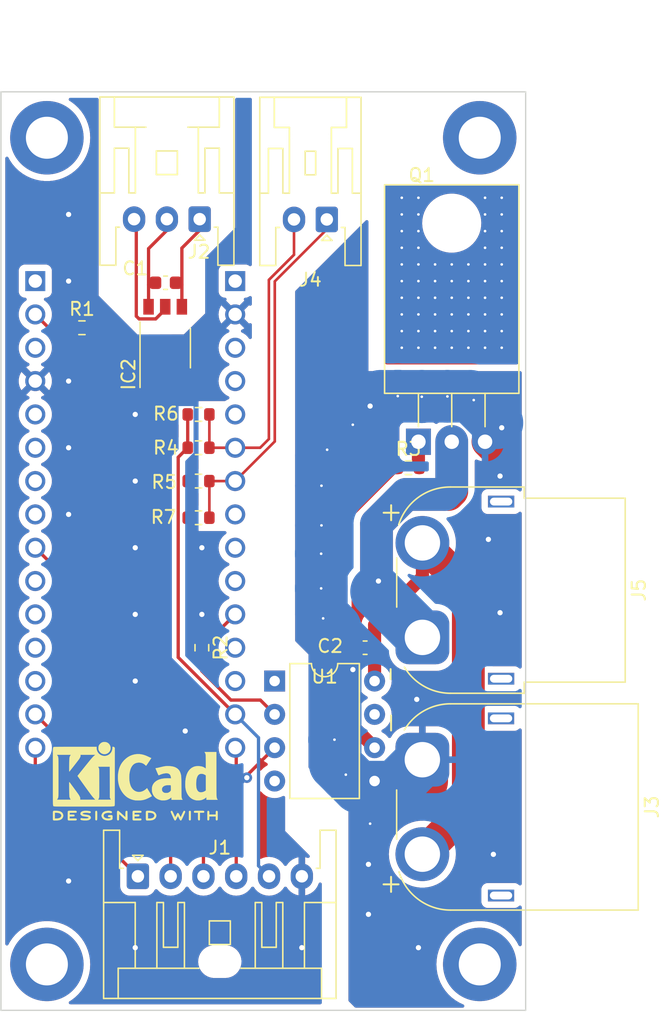
<source format=kicad_pcb>
(kicad_pcb (version 20221018) (generator pcbnew)
  (layers (0 "F.Cu" signal) (31 "B.Cu" signal) (34 "B.Paste" user) (35 "F.Paste" user) (36 "B.SilkS" user "B.Silkscreen") (37 "F.SilkS" user "F.Silkscreen") (38 "B.Mask" user) (39 "F.Mask" user) (44 "Edge.Cuts" user))
  (net 0 "")
  (net 2 "Net-(U1-A)")
  (net 4 "GND2")
  (net 5 "Net-(R3-Pad1)")
  (net 6 "Vdrive")
  (net 7 "Net-(IC2-GND)")
  (net 8 "Net-(IC2-VCC)")
  (net 9 "MISO")
  (net 10 "MOSI")
  (net 11 "CS")
  (net 12 "SCK")
  (net 13 "+3.3V")
  (net 14 "Net-(IC2-VO_(OUTPUT))")
  (net 15 "NTC+")
  (net 16 "/Plt-")
  (net 17 "Fan_PWM")
  (net 18 "Net-(IC2-ANODE)")
  (net 19 "Net-(Q1-Pad1)")
  (net 20 "Plt_PWM")
  (net 21 "GND")
  (net 39 "NTC-")
  (footprint "Resistor_SMD:R_0603_1608Metric" (layer "F.Cu") (at 68.326 86.36 180)
    (fp_text reference "R5" (at 2.6162 -0.0762) (layer "F.SilkS"))
    (fp_text value "1k")
    (pad "1" smd roundrect (at -0.825 0 180) (size 0.8 0.95) (layers "F.Cu" "F.Paste" "F.Mask") (net 39 "NTC-"))
    (pad "2" smd roundrect (at 0.825 0 180) (size 0.8 0.95) (layers "F.Cu" "F.Paste" "F.Mask") (net 21 "GND"))
  )
  (footprint "Capacitor_SMD:C_0603_1608Metric" (layer "F.Cu") (at 65.8114 71.2466 180)
    (fp_text reference "C1" (at 2.3114 1.0922) (layer "F.SilkS"))
    (fp_text value "0.1u")
    (pad "1" smd roundrect (at -0.775 0 180) (size 0.9 0.95) (layers "F.Cu" "F.Paste" "F.Mask") (net 7 "Net-(IC2-GND)"))
    (pad "2" smd roundrect (at 0.775 0 180) (size 0.9 0.95) (layers "F.Cu" "F.Paste" "F.Mask") (net 8 "Net-(IC2-VCC)"))
  )
  (footprint "Resistor_SMD:R_0603_1608Metric" (layer "F.Cu") (at 84.328 85.344)
    (fp_text reference "R3" (at 0 -1.43) (layer "F.SilkS"))
    (fp_text value "100")
    (pad "1" smd roundrect (at -0.825 0) (size 0.8 0.95) (layers "F.Cu" "F.Paste" "F.Mask") (net 5 "Net-(R3-Pad1)"))
    (pad "2" smd roundrect (at 0.825 0) (size 0.8 0.95) (layers "F.Cu" "F.Paste" "F.Mask") (net 19 "Net-(Q1-Pad1)"))
  )
  (footprint "Package_DIP:DIP-8_W7.62mm" (layer "F.Cu") (at 74.126998 101.6)
    (fp_text reference "U1" (at 3.81 -0.33) (layer "F.SilkS"))
    (fp_text value "TLP250")
    (pad "1" thru_hole rect (at 0 0) (size 1.6 1.6) (drill 0.8) (layers "*.Cu" "*.Mask"))
    (pad "2" thru_hole oval (at 0 2.54) (size 1.6 1.6) (drill 0.8) (layers "*.Cu" "*.Mask") (net 2 "Net-(U1-A)"))
    (pad "3" thru_hole oval (at 0 5.08) (size 1.6 1.6) (drill 0.8) (layers "*.Cu" "*.Mask") (net 21 "GND"))
    (pad "4" thru_hole oval (at 0 7.62) (size 1.6 1.6) (drill 0.8) (layers "*.Cu" "*.Mask"))
    (pad "5" thru_hole oval (at 7.62 7.62) (size 1.6 1.6) (drill 0.8) (layers "*.Cu" "*.Mask") (net 4 "GND2"))
    (pad "6" thru_hole oval (at 7.62 5.08) (size 1.6 1.6) (drill 0.8) (layers "*.Cu" "*.Mask") (net 5 "Net-(R3-Pad1)"))
    (pad "7" thru_hole oval (at 7.62 2.54) (size 1.6 1.6) (drill 0.8) (layers "*.Cu" "*.Mask"))
    (pad "8" thru_hole oval (at 7.62 0) (size 1.6 1.6) (drill 0.8) (layers "*.Cu" "*.Mask") (net 6 "Vdrive"))
  )
  (footprint "Connector_JST:JST_XA_S06B-XASK-1_1x06_P2.50mm_Horizontal" (layer "F.Cu") (at 63.7 116.48)
    (fp_text reference "J1" (at 6.25 -2.18) (layer "F.SilkS"))
    (fp_text value "XA6_SPI_Sensor")
    (pad "" np_thru_hole oval (at 6.25 6.5) (size 2.8 2) (drill oval 2.8 2) (layers "*.Cu" "*.Mask"))
    (pad "1" thru_hole roundrect (at 0 0) (size 1.7 1.95) (drill 0.95) (layers "*.Cu" "*.Mask") (roundrect_rratio 0.1470588235) (net 9 "MISO"))
    (pad "2" thru_hole oval (at 2.5 0) (size 1.7 1.95) (drill 0.95) (layers "*.Cu" "*.Mask") (net 10 "MOSI"))
    (pad "3" thru_hole oval (at 5 0) (size 1.7 1.95) (drill 0.95) (layers "*.Cu" "*.Mask") (net 11 "CS"))
    (pad "4" thru_hole oval (at 7.5 0) (size 1.7 1.95) (drill 0.95) (layers "*.Cu" "*.Mask") (net 12 "SCK"))
    (pad "5" thru_hole oval (at 10 0) (size 1.7 1.95) (drill 0.95) (layers "*.Cu" "*.Mask") (net 13 "+3.3V"))
    (pad "6" thru_hole oval (at 12.5 0) (size 1.7 1.95) (drill 0.95) (layers "*.Cu" "*.Mask") (net 21 "GND"))
  )
  (footprint "MountingHole:MountingHole_3.2mm_M3_DIN965_Pad" (layer "F.Cu") (at 89.764978 123.195)
    (fp_text reference "REF**" hide)
    (fp_text value "MountingHole_3.2mm_M3_DIN965_Pad" hide)
    (pad "1" thru_hole circle (at 0 0) (size 5.6 5.6) (drill 3.2) (layers "*.Cu" "*.Mask"))
  )
  (footprint "MountingHole:MountingHole_3.2mm_M3_DIN965_Pad" (layer "F.Cu") (at 56.764978 60.195)
    (fp_text reference "REF**" hide)
    (fp_text value "MountingHole_3.2mm_M3_DIN965_Pad" hide)
    (pad "1" thru_hole circle (at 0 0) (size 5.6 5.6) (drill 3.2) (layers "*.Cu" "*.Mask"))
  )
  (footprint "Connector_AMASS:AMASS_XT60PW-M_1x02_P7.20mm_Horizontal" (layer "F.Cu") (at 85.3892 107.5948 -90)
    (fp_text reference "J3" (at 3.6 -17.5 90) (layer "F.SilkS"))
    (fp_text value "XT60_Power")
    (fp_text user "+" (at 9.5 2.5 90) (layer "F.SilkS") (effects (font (size 1.5 1.5))))
    (fp_text user "-" (at -2.8 2.5 90) (layer "F.SilkS") (effects (font (size 1.5 1.5))))
    (pad "" thru_hole rect (at -3.15 -6 270) (size 0.9 2) (drill oval 0.6 1.7) (layers "*.Cu" "*.Mask"))
    (pad "" thru_hole rect (at 10.35 -6 270) (size 0.9 2) (drill oval 0.6 1.7) (layers "*.Cu" "*.Mask"))
    (pad "1" thru_hole roundrect (at 0 0 270) (size 4.1 4.1) (drill 2.7) (layers "*.Cu" "*.Mask") (net 4 "GND2"))
    (pad "2" thru_hole circle (at 7.2 0 270) (size 4.1 4.1) (drill 2.7) (layers "*.Cu" "*.Mask") (net 6 "Vdrive"))
  )
  (footprint "Tsemi2023:MODULE_NUCLEO-G431KBT6" (layer "F.Cu") (at 63.5 88.9)
    (fp_text reference "U2" hide)
    (fp_text value "NUCLEO-G431KB" hide)
    (pad "3_1" thru_hole rect locked (at -7.62 -17.78) (size 1.53 1.53) (drill 1.02) (layers "*.Cu" "*.Mask"))
    (pad "3_2" thru_hole circle locked (at -7.62 -15.24) (size 1.53 1.53) (drill 1.02) (layers "*.Cu" "*.Mask") (net 17 "Fan_PWM"))
    (pad "3_3" thru_hole circle locked (at -7.62 -12.7) (size 1.53 1.53) (drill 1.02) (layers "*.Cu" "*.Mask"))
    (pad "3_4" thru_hole circle locked (at -7.62 -10.16) (size 1.53 1.53) (drill 1.02) (layers "*.Cu" "*.Mask") (net 21 "GND"))
    (pad "3_5" thru_hole circle locked (at -7.62 -7.62) (size 1.53 1.53) (drill 1.02) (layers "*.Cu" "*.Mask"))
    (pad "3_6" thru_hole circle locked (at -7.62 -5.08) (size 1.53 1.53) (drill 1.02) (layers "*.Cu" "*.Mask"))
    (pad "3_7" thru_hole circle locked (at -7.62 -2.54) (size 1.53 1.53) (drill 1.02) (layers "*.Cu" "*.Mask"))
    (pad "3_8" thru_hole circle locked (at -7.62 0) (size 1.53 1.53) (drill 1.02) (layers "*.Cu" "*.Mask"))
    (pad "3_9" thru_hole circle locked (at -7.62 2.54) (size 1.53 1.53) (drill 1.02) (layers "*.Cu" "*.Mask") (net 11 "CS"))
    (pad "3_10" thru_hole circle locked (at -7.62 5.08) (size 1.53 1.53) (drill 1.02) (layers "*.Cu" "*.Mask"))
    (pad "3_11" thru_hole circle locked (at -7.62 7.62) (size 1.53 1.53) (drill 1.02) (layers "*.Cu" "*.Mask"))
    (pad "3_12" thru_hole circle locked (at -7.62 10.16) (size 1.53 1.53) (drill 1.02) (layers "*.Cu" "*.Mask"))
    (pad "3_13" thru_hole circle locked (at -7.62 12.7) (size 1.53 1.53) (drill 1.02) (layers "*.Cu" "*.Mask"))
    (pad "3_14" thru_hole circle locked (at -7.62 15.24) (size 1.53 1.53) (drill 1.02) (layers "*.Cu" "*.Mask") (net 10 "MOSI"))
    (pad "3_15" thru_hole circle locked (at -7.62 17.78) (size 1.53 1.53) (drill 1.02) (layers "*.Cu" "*.Mask") (net 9 "MISO"))
    (pad "4_1" thru_hole rect locked (at 7.62 -17.78) (size 1.53 1.53) (drill 1.02) (layers "*.Cu" "*.Mask"))
    (pad "4_2" thru_hole circle locked (at 7.62 -15.24) (size 1.53 1.53) (drill 1.02) (layers "*.Cu" "*.Mask") (net 21 "GND"))
    (pad "4_3" thru_hole circle locked (at 7.62 -12.7) (size 1.53 1.53) (drill 1.02) (layers "*.Cu" "*.Mask"))
    (pad "4_4" thru_hole circle locked (at 7.62 -10.16) (size 1.53 1.53) (drill 1.02) (layers "*.Cu" "*.Mask"))
    (pad "4_5" thru_hole circle locked (at 7.62 -7.62) (size 1.53 1.53) (drill 1.02) (layers "*.Cu" "*.Mask"))
    (pad "4_6" thru_hole circle locked (at 7.62 -5.08) (size 1.53 1.53) (drill 1.02) (layers "*.Cu" "*.Mask") (net 15 "NTC+"))
    (pad "4_7" thru_hole circle locked (at 7.62 -2.54) (size 1.53 1.53) (drill 1.02) (layers "*.Cu" "*.Mask") (net 39 "NTC-"))
    (pad "4_8" thru_hole circle locked (at 7.62 0) (size 1.53 1.53) (drill 1.02) (layers "*.Cu" "*.Mask"))
    (pad "4_9" thru_hole circle locked (at 7.62 2.54) (size 1.53 1.53) (drill 1.02) (layers "*.Cu" "*.Mask"))
    (pad "4_10" thru_hole circle locked (at 7.62 5.08) (size 1.53 1.53) (drill 1.02) (layers "*.Cu" "*.Mask"))
    (pad "4_11" thru_hole circle locked (at 7.62 7.62) (size 1.53 1.53) (drill 1.02) (layers "*.Cu" "*.Mask") (net 20 "Plt_PWM"))
    (pad "4_12" thru_hole circle locked (at 7.62 10.16) (size 1.53 1.53) (drill 1.02) (layers "*.Cu" "*.Mask"))
    (pad "4_13" thru_hole circle locked (at 7.62 12.7) (size 1.53 1.53) (drill 1.02) (layers "*.Cu" "*.Mask"))
    (pad "4_14" thru_hole circle locked (at 7.62 15.24) (size 1.53 1.53) (drill 1.02) (layers "*.Cu" "*.Mask") (net 13 "+3.3V"))
    (pad "4_15" thru_hole circle locked (at 7.62 17.78) (size 1.53 1.53) (drill 1.02) (layers "*.Cu" "*.Mask") (net 12 "SCK"))
  )
  (footprint "Resistor_SMD:R_0603_1608Metric" (layer "F.Cu") (at 68.58 99.06 -90)
    (fp_text reference "R2" (at 0 -1.43 90) (layer "F.SilkS"))
    (fp_text value "220")
    (pad "1" smd roundrect (at -0.825 0 270) (size 0.8 0.95) (layers "F.Cu" "F.Paste" "F.Mask") (net 20 "Plt_PWM"))
    (pad "2" smd roundrect (at 0.825 0 270) (size 0.8 0.95) (layers "F.Cu" "F.Paste" "F.Mask") (net 2 "Net-(U1-A)"))
  )
  (footprint "Resistor_SMD:R_0603_1608Metric" (layer "F.Cu") (at 68.326 81.28)
    (fp_text reference "R6" (at -2.4892 -0.0508) (layer "F.SilkS"))
    (fp_text value "1k")
    (pad "1" smd roundrect (at -0.825 0) (size 0.8 0.95) (layers "F.Cu" "F.Paste" "F.Mask") (net 13 "+3.3V"))
    (pad "2" smd roundrect (at 0.825 0) (size 0.8 0.95) (layers "F.Cu" "F.Paste" "F.Mask") (net 15 "NTC+"))
  )
  (footprint "MountingHole:MountingHole_3.2mm_M3_DIN965_Pad" (layer "F.Cu") (at 56.764978 123.195)
    (fp_text reference "REF**" hide)
    (fp_text value "MountingHole_3.2mm_M3_DIN965_Pad" hide)
    (pad "1" thru_hole circle (at 0 0) (size 5.6 5.6) (drill 3.2) (layers "*.Cu" "*.Mask"))
  )
  (footprint "Resistor_SMD:R_0603_1608Metric" (layer "F.Cu") (at 59.436 74.676)
    (fp_text reference "R1" (at 0 -1.43) (layer "F.SilkS"))
    (fp_text value "510")
    (pad "1" smd roundrect (at -0.825 0) (size 0.8 0.95) (layers "F.Cu" "F.Paste" "F.Mask") (net 17 "Fan_PWM"))
    (pad "2" smd roundrect (at 0.825 0) (size 0.8 0.95) (layers "F.Cu" "F.Paste" "F.Mask") (net 18 "Net-(IC2-ANODE)"))
  )
  (footprint "Connector_AMASS:AMASS_XT60PW-F_1x02_P7.20mm_Horizontal" (layer "F.Cu") (at 85.3948 98.272957 -90)
    (fp_text reference "J5" (at -3.6 -16.5 90) (layer "F.SilkS"))
    (fp_text value "XT60_Peltier")
    (fp_text user "+" (at -9.5 2.5 90) (layer "F.SilkS") (effects (font (size 1.5 1.5))))
    (fp_text user "-" (at 2.8 2.5 90) (layer "F.SilkS"))
    (pad "" thru_hole rect (at -10.35 -6 270) (size 0.9 2) (drill oval 0.6 1.7) (layers "*.Cu" "*.Mask"))
    (pad "" thru_hole rect (at 3.15 -6 270) (size 0.9 2) (drill oval 0.6 1.7) (layers "*.Cu" "*.Mask"))
    (pad "1" thru_hole roundrect (at 0 0 270) (size 4.1 4.1) (drill 2.7) (layers "*.Cu" "*.Mask") (net 16 "/Plt-"))
    (pad "2" thru_hole circle (at -7.2 0 270) (size 4.1 4.1) (drill 2.7) (layers "*.Cu" "*.Mask") (net 6 "Vdrive"))
  )
  (footprint "Package_TO_SOT_THT:TO-220-3_Horizontal_TabDown" (layer "F.Cu") (at 85.09 83.3628)
    (fp_text reference "Q1" (at 0.254 -20.32) (layer "F.SilkS"))
    (fp_text value "TK40E06N1")
    (pad "" np_thru_hole oval locked (at 2.54 -16.66) (size 3.5 3.5) (drill 3.5) (layers "*.Cu" "*.Mask"))
    (pad "1" thru_hole rect locked (at 0 0) (size 1.905 2) (drill 1.1) (layers "*.Cu" "*.Mask") (net 19 "Net-(Q1-Pad1)"))
    (pad "2" thru_hole oval locked (at 2.54 0) (size 1.905 2) (drill 1.1) (layers "*.Cu" "*.Mask") (net 16 "/Plt-"))
    (pad "3" thru_hole oval locked (at 5.08 0) (size 1.905 2) (drill 1.1) (layers "*.Cu" "*.Mask") (net 4 "GND2"))
  )
  (footprint "Package_SO:MFSOP6-5_4.4x3.6mm_P1.27mm" (layer "F.Cu") (at 65.786 76.225 90)
    (fp_text reference "IC2" (at -2 -2.8 90) (layer "F.SilkS"))
    (fp_text value "TLP2361_V4,E")
    (pad "1" smd rect (at -3.15 -1.27 90) (size 1.2 0.8) (layers "F.Cu" "F.Paste" "F.Mask") (net 18 "Net-(IC2-ANODE)"))
    (pad "3" smd rect (at -3.15 1.27 90) (size 1.2 0.8) (layers "F.Cu" "F.Paste" "F.Mask") (net 21 "GND"))
    (pad "4" smd rect (at 3.15 1.27 90) (size 1.2 0.8) (layers "F.Cu" "F.Paste" "F.Mask") (net 7 "Net-(IC2-GND)"))
    (pad "5" smd rect (at 3.15 0 90) (size 1.2 0.8) (layers "F.Cu" "F.Paste" "F.Mask") (net 14 "Net-(IC2-VO_(OUTPUT))"))
    (pad "6" smd rect (at 3.15 -1.27 90) (size 1.2 0.8) (layers "F.Cu" "F.Paste" "F.Mask") (net 8 "Net-(IC2-VCC)"))
  )
  (footprint "Resistor_SMD:R_0603_1608Metric" (layer "F.Cu") (at 68.326 83.82)
    (fp_text reference "R4" (at -2.4892 0) (layer "F.SilkS"))
    (fp_text value "1k")
    (pad "1" smd roundrect (at -0.825 0) (size 0.8 0.95) (layers "F.Cu" "F.Paste" "F.Mask") (net 13 "+3.3V"))
    (pad "2" smd roundrect (at 0.825 0) (size 0.8 0.95) (layers "F.Cu" "F.Paste" "F.Mask") (net 15 "NTC+"))
  )
  (footprint "Resistor_SMD:R_0603_1608Metric" (layer "F.Cu") (at 68.326 89.154 180)
    (fp_text reference "R7" (at 2.667 0.0508) (layer "F.SilkS"))
    (fp_text value "1k")
    (pad "1" smd roundrect (at -0.825 0 180) (size 0.8 0.95) (layers "F.Cu" "F.Paste" "F.Mask") (net 39 "NTC-"))
    (pad "2" smd roundrect (at 0.825 0 180) (size 0.8 0.95) (layers "F.Cu" "F.Paste" "F.Mask") (net 21 "GND"))
  )
  (footprint "Symbol:KiCad-Logo2_5mm_SilkScreen" (layer "F.Cu") (at 63.5 109.22)
    (fp_text reference "REF**" hide)
    (fp_text value "KiCad-Logo2_5mm_SilkScreen" hide)
  )
  (footprint "Connector_JST:JST_XA_S03B-XASK-1_1x03_P2.50mm_Horizontal" (layer "F.Cu") (at 68.413 66.4 180)
    (fp_text reference "J2" (at 0.0508 -2.4892) (layer "F.SilkS"))
    (fp_text value "XA3_Fan")
    (pad "" np_thru_hole oval (at 2.5 6.5 180) (size 2.8 2) (drill oval 2.8 2) (layers "*.Cu" "*.Mask"))
    (pad "1" thru_hole roundrect (at 0 0 180) (size 1.7 1.95) (drill 0.95) (layers "*.Cu" "*.Mask") (roundrect_rratio 0.1470588235) (net 7 "Net-(IC2-GND)"))
    (pad "2" thru_hole oval (at 2.5 0 180) (size 1.7 1.95) (drill 0.95) (layers "*.Cu" "*.Mask") (net 8 "Net-(IC2-VCC)"))
    (pad "3" thru_hole oval (at 5 0 180) (size 1.7 1.95) (drill 0.95) (layers "*.Cu" "*.Mask") (net 14 "Net-(IC2-VO_(OUTPUT))"))
  )
  (footprint "Connector_JST:JST_XA_S02B-XASK-1_1x02_P2.50mm_Horizontal" (layer "F.Cu") (at 78.105 66.421 180)
    (fp_text reference "J4" (at 1.25 -4.6 180) (layer "F.SilkS"))
    (fp_text value "XA2_Thermister")
    (pad "" np_thru_hole oval (at 1.25 6.5 180) (size 2.8 2) (drill oval 2.8 2) (layers "*.Cu" "*.Mask"))
    (pad "1" thru_hole roundrect (at 0 0 180) (size 1.7 1.95) (drill 0.95) (layers "*.Cu" "*.Mask") (roundrect_rratio 0.1470588235) (net 39 "NTC-"))
    (pad "2" thru_hole oval (at 2.5 0 180) (size 1.7 1.95) (drill 0.95) (layers "*.Cu" "*.Mask") (net 15 "NTC+"))
  )
  (footprint "Capacitor_SMD:C_0603_1608Metric" (layer "F.Cu") (at 81.026 99.06 180)
    (fp_text reference "C2" (at 2.667 0.127 180) (layer "F.SilkS"))
    (fp_text value "0.1u")
    (pad "1" smd roundrect (at -0.775 0 180) (size 0.9 0.95) (layers "F.Cu" "F.Paste" "F.Mask") (net 6 "Vdrive"))
    (pad "2" smd roundrect (at 0.775 0 180) (size 0.9 0.95) (layers "F.Cu" "F.Paste" "F.Mask") (net 4 "GND2"))
  )
  (footprint "MountingHole:MountingHole_3.2mm_M3_DIN965_Pad" (layer "F.Cu") (at 89.764978 60.195)
    (fp_text reference "REF**" hide)
    (fp_text value "MountingHole_3.2mm_M3_DIN965_Pad" hide)
    (pad "1" thru_hole circle (at 0 0) (size 5.6 5.6) (drill 3.2) (layers "*.Cu" "*.Mask"))
  )
  (gr_line (start 53.264978 56.695) (end 53.264978 126.695) (stroke (width 0.1)) (layer "Edge.Cuts"))
  (gr_line (start 93.264978 56.695) (end 93.264978 126.695) (stroke (width 0.1)) (layer "Edge.Cuts"))
  (gr_line (start 53.264978 56.695) (end 93.264978 56.695) (stroke (width 0.1)) (layer "Edge.Cuts"))
  (gr_line (start 53.264978 126.695) (end 93.264978 126.695) (stroke (width 0.1)) (layer "Edge.Cuts"))
  (segment (start 68.58 100.838) (end 70.792 103.05) (width 0.25) (layer "F.Cu") (net 2))
  (segment (start 73.036998 103.05) (end 74.126998 104.14) (width 0.25) (layer "F.Cu") (net 2))
  (segment (start 68.58 99.885) (end 68.58 100.838) (width 0.25) (layer "F.Cu") (net 2))
  (segment (start 70.792 103.05) (end 73.036998 103.05) (width 0.25) (layer "F.Cu") (net 2))
  (segment (start 91.567 84.5254) (end 91.567 85.09) (width 2.5) (layer "F.Cu") (net 4))
  (segment (start 90.3888 83.3472) (end 91.44 82.296) (width 2) (layer "F.Cu") (net 4))
  (segment (start 80.251 100.569682) (end 80.094 100.726682) (width 0.25) (layer "F.Cu") (net 4))
  (segment (start 85.344 107.64) (end 85.3892 107.5948) (width 4) (layer "F.Cu") (net 4))
  (segment (start 85.344 107.64) (end 85.344 109.22) (width 4) (layer "F.Cu") (net 4))
  (segment (start 80.251 99.314) (end 80.251 100.569682) (width 0.25) (layer "F.Cu") (net 4))
  (segment (start 90.17 83.3472) (end 90.3888 83.3472) (width 2) (layer "F.Cu") (net 4))
  (segment (start 90.3888 83.3472) (end 91.567 84.5254) (width 2.5) (layer "F.Cu") (net 4))
  (via (at 81.28 119.38) (size 0.8) (drill 0.4) (layers "F.Cu" "B.Cu") (net 4))
  (via (at 91.313 85.979) (size 0.8) (drill 0.4) (layers "F.Cu" "B.Cu") (net 4))
  (via (at 85.09 121.92) (size 0.8) (drill 0.4) (layers "F.Cu" "B.Cu") (net 4))
  (via (at 85.344 79.9338) (size 0.4) (drill 0.2) (layers "F.Cu" "B.Cu") (net 4))
  (via (at 91.313 96.393) (size 0.8) (drill 0.4) (layers "F.Cu" "B.Cu") (net 4))
  (via (at 87.2998 79.9084) (size 0.4) (drill 0.2) (layers "F.Cu" "B.Cu") (net 4))
  (via (at 81.407 80.645) (size 0.8) (drill 0.4) (layers "F.Cu" "B.Cu") (net 4))
  (via (at 90.805 114.808) (size 0.8) (drill 0.4) (layers "F.Cu" "B.Cu") (net 4))
  (via (at 81.28 115.57) (size 0.8) (drill 0.4) (layers "F.Cu" "B.Cu") (net 4))
  (via (at 90.424 90.805) (size 0.8) (drill 0.4) (layers "F.Cu" "B.Cu") (net 4))
  (via (at 83.5152 79.883) (size 0.4) (drill 0.2) (layers "F.Cu" "B.Cu") (net 4))
  (via (at 81.407 112.4712) (size 0.4) (drill 0.2) (layers "F.Cu" "B.Cu") (net 4))
  (via (at 77.6986 86.7156) (size 0.4) (drill 0.2) (layers "F.Cu" "B.Cu") (net 4))
  (via (at 77.6732 91.8972) (size 0.4) (drill 0.2) (layers "F.Cu" "B.Cu") (net 4))
  (via (at 89.3064 80.1878) (size 0.4) (drill 0.2) (layers "F.Cu" "B.Cu") (net 4))
  (via (at 77.6986 89.7382) (size 0.4) (drill 0.2) (layers "F.Cu" "B.Cu") (net 4))
  (via (at 80.0862 82.0674) (size 0.4) (drill 0.2) (layers "F.Cu" "B.Cu") (net 4))
  (via (at 91.44 82.296) (size 0.8) (drill 0.4) (layers "F.Cu" "B.Cu") (net 4))
  (via (at 77.8256 96.8248) (size 0.4) (drill 0.2) (layers "F.Cu" "B.Cu") (net 4))
  (via (at 79.55437 108.736225) (size 0.4) (drill 0.2) (layers "F.Cu" "B.Cu") (net 4))
  (via (at 78.1304 83.9724) (size 0.4) (drill 0.2) (layers "F.Cu" "B.Cu") (net 4))
  (via (at 77.6732 94.5388) (size 0.4) (drill 0.2) (layers "F.Cu" "B.Cu") (net 4))
  (via (at 80.094 100.726682) (size 0.8) (drill 0.4) (layers "F.Cu" "B.Cu") (net 4))
  (via (at 84.963 102.997) (size 0.8) (drill 0.4) (layers "F.Cu" "B.Cu") (net 4))
  (via (at 78.6892 106.0704) (size 0.4) (drill 0.2) (layers "F.Cu" "B.Cu") (net 4))
  (segment (start 90.17 83.3472) (end 90.17 82.828163) (width 2) (layer "B.Cu") (net 4))
  (segment (start 79.560582 108.736225) (end 79.55437 108.736225) (width 4) (layer "B.Cu") (net 4))
  (segment (start 87.311 79.8972) (end 89.059037 79.8972) (width 4) (layer "B.Cu") (net 4))
  (segment (start 80.0862 81.9985) (end 81.407 80.6777) (width 4) (layer "B.Cu") (net 4))
  (segment (start 78.1304 83.9543) (end 80.0173 82.0674) (width 4) (layer "B.Cu") (net 4))
  (segment (start 83.5294 79.8972) (end 83.5152 79.883) (width 4) (layer "B.Cu") (net 4))
  (segment (start 89.3064 80.144563) (end 89.3064 80.1878) (width 4) (layer "B.Cu") (net 4))
  (segment (start 77.6986 86.7156) (end 77.6948 86.7118) (width 4) (layer "B.Cu") (net 4))
  (segment (start 78.746998 107.922641) (end 78.746998 106.128198) (width 4) (layer "B.Cu") (net 4))
  (segment (start 77.6732 91.8972) (end 77.6948 91.8756) (width 4) (layer "B.Cu") (net 4))
  (segment (start 77.6948 91.9188) (end 77.6732 91.8972) (width 4) (layer "B.Cu") (net 4))
  (segment (start 77.6948 84.3899) (end 78.1123 83.9724) (width 4) (layer "B.Cu") (net 4))
  (segment (start 78.1123 83.9724) (end 78.1304 83.9724) (width 4) (layer "B.Cu") (net 4))
  (segment (start 77.6948 96.512653) (end 77.6948 94.5604) (width 4) (layer "B.Cu") (net 4))
  (segment (start 80.0862 82.0674) (end 80.0862 81.9985) (width 4) (layer "B.Cu") (net 4))
  (segment (start 78.006947 96.8248) (end 77.8256 96.8248) (width 4) (layer "B.Cu") (net 4))
  (segment (start 77.6948 89.742) (end 77.6986 89.7382) (width 4) (layer "B.Cu") (net 4))
  (segment (start 77.6948 86.7118) (end 77.6948 84.3899) (width 4) (layer "B.Cu") (net 4))
  (segment (start 81.407 80.645) (end 81.4397 80.645) (width 4) (layer "B.Cu") (net 4))
  (segment (start 82.1875 79.8972) (end 83.501 79.8972) (width 4) (layer "B.Cu") (net 4))
  (segment (start 78.1304 83.9724) (end 78.1304 83.9543) (width 4) (layer "B.Cu") (net 4))
  (segment (start 77.6948 91.8756) (end 77.6948 89.742) (width 4) (layer "B.Cu") (net 4))
  (segment (start 77.6948 86.7194) (end 77.6986 86.7156) (width 4) (layer "B.Cu") (net 4))
  (segment (start 85.344 79.9338) (end 85.3806 79.8972) (width 4) (layer "B.Cu") (net 4))
  (segment (start 79.55437 108.736225) (end 79.55437 108.730013) (width 4) (layer "B.Cu") (net 4))
  (segment (start 80.504357 109.68) (end 79.560582 108.736225) (width 4) (layer "B.Cu") (net 4))
  (segment (start 85.3074 79.8972) (end 83.5294 79.8972) (width 4) (layer "B.Cu") (net 4))
  (segment (start 77.6948 89.7344) (end 77.6948 86.7194) (width 4) (layer "B.Cu") (net 4))
  (segment (start 81.407 80.6777) (end 81.407 80.645) (width 4) (layer "B.Cu") (net 4))
  (segment (start 85.344 79.9338) (end 85.344 79.9338) (width 4) (layer "B.Cu") (net 4))
  (segment (start 78.746998 106.128198) (end 78.6892 106.0704) (width 4) (layer "B.Cu") (net 4))
  (segment (start 89.059037 79.8972) (end 89.3064 80.144563) (width 4) (layer "B.Cu") (net 4))
  (segment (start 77.6948 94.5604) (end 77.6732 94.5388) (width 4) (layer "B.Cu") (net 4))
  (segment (start 83.304 109.68) (end 80.504357 109.68) (width 4) (layer "B.Cu") (net 4))
  (segment (start 89.349637 80.1878) (end 91.08 81.918163) (width 4) (layer "B.Cu") (net 4))
  (segment (start 79.55437 108.730013) (end 78.746998 107.922641) (width 4) (layer "B.Cu") (net 4))
  (segment (start 77.6732 94.5388) (end 77.6948 94.5172) (width 4) (layer "B.Cu") (net 4))
  (segment (start 89.3064 80.1878) (end 89.349637 80.1878) (width 4) (layer "B.Cu") (net 4))
  (segment (start 85.3892 107.5948) (end 83.304 109.68) (width 4) (layer "B.Cu") (net 4))
  (segment (start 78.6892 106.0704) (end 78.746998 106.012602) (width 4) (layer "B.Cu") (net 4))
  (segment (start 85.3806 79.8972) (end 87.2886 79.8972) (width 4) (layer "B.Cu") (net 4))
  (segment (start 77.6948 94.5172) (end 77.6948 91.9188) (width 4) (layer "B.Cu") (net 4))
  (segment (start 90.17 82.828163) (end 91.08 81.918163) (width 2) (layer "B.Cu") (net 4))
  (segment (start 87.2998 79.9084) (end 87.311 79.8972) (width 4) (layer "B.Cu") (net 4))
  (segment (start 85.344 79.9338) (end 85.3074 79.8972) (width 4) (layer "B.Cu") (net 4))
  (segment (start 80.0173 82.0674) (end 80.0862 82.0674) (width 4) (layer "B.Cu") (net 4))
  (segment (start 77.8256 96.643453) (end 77.6948 96.512653) (width 4) (layer "B.Cu") (net 4))
  (segment (start 83.501 79.8972) (end 83.5152 79.883) (width 4) (layer "B.Cu") (net 4))
  (segment (start 78.746998 106.012602) (end 78.746998 97.564851) (width 4) (layer "B.Cu") (net 4))
  (segment (start 78.746998 97.564851) (end 78.006947 96.8248) (width 4) (layer "B.Cu") (net 4))
  (segment (start 81.4397 80.645) (end 82.1875 79.8972) (width 4) (layer "B.Cu") (net 4))
  (segment (start 87.2886 79.8972) (end 87.2998 79.9084) (width 4) (layer "B.Cu") (net 4))
  (segment (start 77.8256 96.8248) (end 77.8256 96.643453) (width 4) (layer "B.Cu") (net 4))
  (segment (start 77.6986 89.7382) (end 77.6948 89.7344) (width 4) (layer "B.Cu") (net 4))
  (segment (start 78.994 103.927002) (end 78.994 89.453) (width 1) (layer "F.Cu") (net 5))
  (segment (start 81.746998 106.68) (end 78.994 103.927002) (width 1) (layer "F.Cu") (net 5))
  (segment (start 78.994 89.453) (end 83.103 85.344) (width 1) (layer "F.Cu") (net 5))
  (segment (start 83.103 85.344) (end 83.503 85.344) (width 1) (layer "F.Cu") (net 5))
  (segment (start 81.746998 97.323002) (end 85.3948 93.6752) (width 1) (layer "F.Cu") (net 6))
  (segment (start 81.746998 101.6) (end 81.746998 97.323002) (width 1) (layer "F.Cu") (net 6))
  (segment (start 88.8948 111.2892) (end 85.3892 114.7948) (width 2.5) (layer "F.Cu") (net 6))
  (segment (start 85.3948 93.6752) (end 85.3948 91.072957) (width 1) (layer "F.Cu") (net 6))
  (segment (start 88.8948 94.572957) (end 88.8948 111.2892) (width 2.5) (layer "F.Cu") (net 6))
  (segment (start 85.3948 91.072957) (end 88.8948 94.572957) (width 2.5) (layer "F.Cu") (net 6))
  (segment (start 67.056 68.605) (end 67.056 71.399) (width 0.25) (layer "F.Cu") (net 7))
  (segment (start 68.58 67.081) (end 67.056 68.605) (width 0.25) (layer "F.Cu") (net 7))
  (segment (start 66.561 71.399) (end 67.056 71.399) (width 0.25) (layer "F.Cu") (net 7))
  (segment (start 67.056 71.399) (end 67.056 73.075) (width 0.25) (layer "F.Cu") (net 7))
  (segment (start 64.516 68.645) (end 64.516 71.399) (width 0.25) (layer "F.Cu") (net 8))
  (segment (start 66.08 67.081) (end 64.516 68.645) (width 0.25) (layer "F.Cu") (net 8))
  (segment (start 65.011 71.399) (end 64.516 71.399) (width 0.25) (layer "F.Cu") (net 8))
  (segment (start 64.516 71.399) (end 64.516 73.075) (width 0.25) (layer "F.Cu") (net 8))
  (segment (start 55.88 108.66) (end 63.7 116.48) (width 0.25) (layer "F.Cu") (net 9))
  (segment (start 55.88 106.68) (end 55.88 108.66) (width 0.25) (layer "F.Cu") (net 9))
  (segment (start 66.2 114.46) (end 66.2 116.48) (width 0.25) (layer "F.Cu") (net 10))
  (segment (start 55.88 104.14) (end 66.2 114.46) (width 0.25) (layer "F.Cu") (net 10))
  (segment (start 58.42 104.14) (end 58.42 93.98) (width 0.25) (layer "F.Cu") (net 11))
  (segment (start 58.42 93.98) (end 55.88 91.44) (width 0.25) (layer "F.Cu") (net 11))
  (segment (start 68.7 116.48) (end 68.7 114.42) (width 0.25) (layer "F.Cu") (net 11))
  (segment (start 68.7 114.42) (end 58.42 104.14) (width 0.25) (layer "F.Cu") (net 11))
  (segment (start 71.2 116.48) (end 71.2 106.76) (width 0.25) (layer "F.Cu") (net 12))
  (segment (start 71.2 106.76) (end 71.12 106.68) (width 0.25) (layer "F.Cu") (net 12))
  (segment (start 71.12 104.14) (end 71.12 104.222465) (width 0.6) (layer "F.Cu") (net 13))
  (segment (start 66.776 84.545) (end 66.776 99.796) (width 0.25) (layer "F.Cu") (net 13))
  (segment (start 67.501 83.82) (end 66.776 84.545) (width 0.25) (layer "F.Cu") (net 13))
  (segment (start 67.501 81.28) (end 67.501 83.82) (width 0.25) (layer "F.Cu") (net 13))
  (segment (start 66.776 99.796) (end 71.12 104.14) (width 0.25) (layer "F.Cu") (net 13))
  (segment (start 71.12 104.14) (end 72.898 105.918) (width 0.25) (layer "B.Cu") (net 13))
  (segment (start 72.898 115.678) (end 73.7 116.48) (width 0.25) (layer "B.Cu") (net 13))
  (segment (start 72.898 105.918) (end 72.898 115.678) (width 0.25) (layer "B.Cu") (net 13))
  (segment (start 63.58 73.789) (end 63.58 67.081) (width 0.25) (layer "F.Cu") (net 14))
  (segment (start 65.061 74) (end 63.791 74) (width 0.25) (layer "F.Cu") (net 14))
  (segment (start 65.786 73.075) (end 65.786 73.275) (width 0.25) (layer "F.Cu") (net 14))
  (segment (start 63.791 74) (end 63.58 73.789) (width 0.25) (layer "F.Cu") (net 14))
  (segment (start 65.786 73.275) (end 65.061 74) (width 0.25) (layer "F.Cu") (net 14))
  (segment (start 75.605 69.1108) (end 75.4059 69.3099) (width 0.2) (layer "F.Cu") (net 15))
  (segment (start 75.4059 69.3099) (end 73.689 71.0268) (width 0.2) (layer "F.Cu") (net 15))
  (segment (start 73.023603 83.82) (end 71.12 83.82) (width 0.2) (layer "F.Cu") (net 15))
  (segment (start 75.605 66.421) (end 75.605 69.1108) (width 0.2) (layer "F.Cu") (net 15))
  (segment (start 69.151 81.28) (end 69.151 83.82) (width 0.2) (layer "F.Cu") (net 15))
  (segment (start 75.605 69.1108) (end 73.7549 70.9609) (width 0.2) (layer "F.Cu") (net 15))
  (segment (start 69.151 83.82) (end 71.12 83.82) (width 0.2) (layer "F.Cu") (net 15))
  (segment (start 73.689 83.154603) (end 73.023603 83.82) (width 0.2) (layer "F.Cu") (net 15))
  (segment (start 73.689 71.0268) (end 73.689 83.154603) (width 0.2) (layer "F.Cu") (net 15))
  (segment (start 81.8948 89.623209) (end 81.8948 93.8328) (width 2.5) (layer "F.Cu") (net 16))
  (segment (start 87.376 87.376) (end 84.142009 87.376) (width 2.5) (layer "F.Cu") (net 16))
  (segment (start 87.63 83.3472) (end 87.63 87.122) (width 2.5) (layer "F.Cu") (net 16))
  (segment (start 81.8948 93.8328) (end 82.042 93.98) (width 2.5) (layer "F.Cu") (net 16))
  (segment (start 84.142009 87.376) (end 81.8948 89.623209) (width 2.5) (layer "F.Cu") (net 16))
  (segment (start 87.63 87.122) (end 87.376 87.376) (width 2.5) (layer "F.Cu") (net 16))
  (via (at 91.44 69.85) (size 0.4) (drill 0.2) (layers "F.Cu" "B.Cu") (net 16))
  (via (at 88.9 73.66) (size 0.4) (drill 0.2) (layers "F.Cu" "B.Cu") (net 16))
  (via (at 83.82 76.2) (size 0.4) (drill 0.2) (layers "F.Cu" "B.Cu") (net 16))
  (via (at 91.44 67.31) (size 0.4) (drill 0.2) (layers "F.Cu" "B.Cu") (net 16))
  (via (at 85.09 67.31) (size 0.4) (drill 0.2) (layers "F.Cu" "B.Cu") (net 16))
  (via (at 91.44 68.58) (size 0.4) (drill 0.2) (layers "F.Cu" "B.Cu") (net 16))
  (via (at 83.82 67.31) (size 0.4) (drill 0.2) (layers "F.Cu" "B.Cu") (net 16))
  (via (at 91.44 73.66) (size 0.4) (drill 0.2) (layers "F.Cu" "B.Cu") (net 16))
  (via (at 85.09 74.93) (size 0.4) (drill 0.2) (layers "F.Cu" "B.Cu") (net 16))
  (via (at 91.44 64.77) (size 0.4) (drill 0.2) (layers "F.Cu" "B.Cu") (net 16))
  (via (at 86.36 71.12) (size 0.4) (drill 0.2) (layers "F.Cu" "B.Cu") (net 16))
  (via (at 90.17 71.12) (size 0.4) (drill 0.2) (layers "F.Cu" "B.Cu") (net 16))
  (via (at 90.17 73.66) (size 0.4) (drill 0.2) (layers "F.Cu" "B.Cu") (net 16))
  (via (at 82.042 93.98) (size 0.8) (drill 0.4) (layers "F.Cu" "B.Cu") (net 16))
  (via (at 83.82 73.66) (size 0.4) (drill 0.2) (layers "F.Cu" "B.Cu") (net 16))
  (via (at 83.82 68.58) (size 0.4) (drill 0.2) (layers "F.Cu" "B.Cu") (net 16))
  (via (at 86.36 72.39) (size 0.4) (drill 0.2) (layers "F.Cu" "B.Cu") (net 16))
  (via (at 85.09 69.85) (size 0.4) (drill 0.2) (layers "F.Cu" "B.Cu") (net 16))
  (via (at 90.17 66.04) (size 0.4) (drill 0.2) (layers "F.Cu" "B.Cu") (net 16))
  (via (at 85.09 71.12) (size 0.4) (drill 0.2) (layers "F.Cu" "B.Cu") (net 16))
  (via (at 90.17 67.31) (size 0.4) (drill 0.2) (layers "F.Cu" "B.Cu") (net 16))
  (via (at 90.17 69.85) (size 0.4) (drill 0.2) (layers "F.Cu" "B.Cu") (net 16))
  (via (at 91.44 76.2) (size 0.4) (drill 0.2) (layers "F.Cu" "B.Cu") (net 16))
  (via (at 85.09 68.58) (size 0.4) (drill 0.2) (layers "F.Cu" "B.Cu") (net 16))
  (via (at 87.63 72.39) (size 0.4) (drill 0.2) (layers "F.Cu" "B.Cu") (net 16))
  (via (at 91.44 66.04) (size 0.4) (drill 0.2) (layers "F.Cu" "B.Cu") (net 16))
  (via (at 90.17 72.39) (size 0.4) (drill 0.2) (layers "F.Cu" "B.Cu") (net 16))
  (via (at 86.36 69.85) (size 0.4) (drill 0.2) (layers "F.Cu" "B.Cu") (net 16))
  (via (at 83.82 72.39) (size 0.4) (drill 0.2) (layers "F.Cu" "B.Cu") (net 16))
  (via (at 87.63 73.66) (size 0.4) (drill 0.2) (layers "F.Cu" "B.Cu") (net 16))
  (via (at 83.82 66.04) (size 0.4) (drill 0.2) (layers "F.Cu" "B.Cu") (net 16))
  (via (at 87.63 76.2) (size 0.4) (drill 0.2) (layers "F.Cu" "B.Cu") (net 16))
  (via (at 88.9 76.2) (size 0.4) (drill 0.2) (layers "F.Cu" "B.Cu") (net 16))
  (via (at 88.9 71.12) (size 0.4) (drill 0.2) (layers "F.Cu" "B.Cu") (net 16))
  (via (at 83.82 64.77) (size 0.4) (drill 0.2) (layers "F.Cu" "B.Cu") (net 16))
  (via (at 85.09 76.2) (size 0.4) (drill 0.2) (layers "F.Cu" "B.Cu") (net 16))
  (via (at 86.36 74.93) (size 0.4) (drill 0.2) (layers "F.Cu" "B.Cu") (net 16))
  (via (at 87.63 74.93) (size 0.4) (drill 0.2) (layers "F.Cu" "B.Cu") (net 16))
  (via (at 91.44 71.12) (size 0.4) (drill 0.2) (layers "F.Cu" "B.Cu") (net 16))
  (via (at 83.82 69.85) (size 0.4) (drill 0.2) (layers "F.Cu" "B.Cu") (net 16))
  (via (at 86.36 73.66) (size 0.4) (drill 0.2) (layers "F.Cu" "B.Cu") (net 16))
  (via (at 87.63 69.85) (size 0.4) (drill 0.2) (layers "F.Cu" "B.Cu") (net 16))
  (via (at 90.17 64.77) (size 0.4) (drill 0.2) (layers "F.Cu" "B.Cu") (net 16))
  (via (at 88.9 69.85) (size 0.4) (drill 0.2) (layers "F.Cu" "B.Cu") (net 16))
  (via (at 90.17 74.93) (size 0.4) (drill 0.2) (layers "F.Cu" "B.Cu") (net 16))
  (via (at 85.09 66.04) (size 0.4) (drill 0.2) (layers "F.Cu" "B.Cu") (net 16))
  (via (at 85.09 73.66) (size 0.4) (drill 0.2) (layers "F.Cu" "B.Cu") (net 16))
  (via (at 86.36 76.2) (size 0.4) (drill 0.2) (layers "F.Cu" "B.Cu") (net 16))
  (via (at 85.09 72.39) (size 0.4) (drill 0.2) (layers "F.Cu" "B.Cu") (net 16))
  (via (at 90.17 76.2) (size 0.4) (drill 0.2) (layers "F.Cu" "B.Cu") (net 16))
  (via (at 83.82 74.93) (size 0.4) (drill 0.2) (layers "F.Cu" "B.Cu") (net 16))
  (via (at 87.63 71.12) (size 0.4) (drill 0.2) (layers "F.Cu" "B.Cu") (net 16))
  (via (at 85.09 64.77) (size 0.4) (drill 0.2) (layers "F.Cu" "B.Cu") (net 16))
  (via (at 90.17 68.58) (size 0.4) (drill 0.2) (layers "F.Cu" "B.Cu") (net 16))
  (via (at 88.9 74.93) (size 0.4) (drill 0.2) (layers "F.Cu" "B.Cu") (net 16))
  (via (at 91.44 74.93) (size 0.4) (drill 0.2) (layers "F.Cu" "B.Cu") (net 16))
  (via (at 83.82 71.12) (size 0.4) (drill 0.2) (layers "F.Cu" "B.Cu") (net 16))
  (via (at 91.44 72.39) (size 0.4) (drill 0.2) (layers "F.Cu" "B.Cu") (net 16))
  (via (at 88.9 72.39) (size 0.4) (drill 0.2) (layers "F.Cu" "B.Cu") (net 16))
  (segment (start 85.3948 98.272957) (end 81.8948 94.772957) (width 4) (layer "B.Cu") (net 16))
  (segment (start 84.142009 87.376) (end 87.1012 87.376) (width 2.5) (layer "B.Cu") (net 16))
  (segment (start 87.63 86.8472) (end 87.63 83.3472) (width 2.5) (layer "B.Cu") (net 16))
  (segment (start 81.8948 94.772957) (end 81.8948 89.623209) (width 2.5) (layer "B.Cu") (net 16))
  (segment (start 81.8948 89.623209) (end 84.142009 87.376) (width 2.5) (layer "B.Cu") (net 16))
  (segment (start 87.1012 87.376) (end 87.63 86.8472) (width 2.5) (layer "B.Cu") (net 16))
  (segment (start 55.88 73.66) (end 56.896 74.676) (width 0.25) (layer "F.Cu") (net 17))
  (segment (start 56.896 74.676) (end 58.611 74.676) (width 0.25) (layer "F.Cu") (net 17))
  (segment (start 63.157 79.375) (end 64.516 79.375) (width 0.25) (layer "F.Cu") (net 18))
  (segment (start 60.261 76.479) (end 63.157 79.375) (width 0.25) (layer "F.Cu") (net 18))
  (segment (start 60.261 74.676) (end 60.261 76.479) (width 0.25) (layer "F.Cu") (net 18))
  (segment (start 85.0548 83.312) (end 85.09 83.3472) (width 1) (layer "F.Cu") (net 19))
  (segment (start 85.09 83.3472) (end 85.09 85.281) (width 1) (layer "F.Cu") (net 19))
  (segment (start 85.09 85.281) (end 85.153 85.344) (width 1) (layer "F.Cu") (net 19))
  (segment (start 71.12 96.52) (end 69.405 98.235) (width 0.25) (layer "F.Cu") (net 20))
  (segment (start 69.405 98.235) (end 68.58 98.235) (width 0.25) (layer "F.Cu") (net 20))
  (segment (start 72.009 108.797998) (end 72.009 108.966) (width 0.25) (layer "F.Cu") (net 21))
  (segment (start 74.126998 106.68) (end 72.009 108.797998) (width 0.25) (layer "F.Cu") (net 21))
  (via (at 68.58 96.52) (size 0.8) (drill 0.4) (layers "F.Cu" "B.Cu") (net 21))
  (via (at 67.31 105.41) (size 0.8) (drill 0.4) (layers "F.Cu" "B.Cu") (net 21))
  (via (at 58.42 66.04) (size 0.8) (drill 0.4) (layers "F.Cu" "B.Cu") (net 21))
  (via (at 68.58 91.44) (size 0.8) (drill 0.4) (layers "F.Cu" "B.Cu") (net 21))
  (via (at 63.5 91.44) (size 0.8) (drill 0.4) (layers "F.Cu" "B.Cu") (net 21))
  (via (at 63.5 96.52) (size 0.8) (drill 0.4) (layers "F.Cu" "B.Cu") (net 21))
  (via (at 58.42 88.9) (size 0.8) (drill 0.4) (layers "F.Cu" "B.Cu") (net 21))
  (via (at 63.5 121.92) (size 0.8) (drill 0.4) (layers "F.Cu" "B.Cu") (net 21))
  (via (at 72.009 108.966) (size 0.8) (drill 0.4) (layers "F.Cu" "B.Cu") (net 21))
  (via (at 63.5 101.6) (size 0.8) (drill 0.4) (layers "F.Cu" "B.Cu") (net 21))
  (via (at 58.42 83.82) (size 0.8) (drill 0.4) (layers "F.Cu" "B.Cu") (net 21))
  (via (at 58.42 116.84) (size 0.8) (drill 0.4) (layers "F.Cu" "B.Cu") (net 21))
  (via (at 58.42 71.12) (size 0.8) (drill 0.4) (layers "F.Cu" "B.Cu") (net 21))
  (via (at 76.2 121.92) (size 0.8) (drill 0.4) (layers "F.Cu" "B.Cu") (net 21))
  (via (at 58.42 78.74) (size 0.8) (drill 0.4) (layers "F.Cu" "B.Cu") (net 21))
  (via (at 63.5 81.28) (size 0.8) (drill 0.4) (layers "F.Cu" "B.Cu") (net 21))
  (via (at 63.5 86.36) (size 0.8) (drill 0.4) (layers "F.Cu" "B.Cu") (net 21))
  (segment (start 72.009 108.966) (end 71.501 109.474) (width 0.25) (layer "B.Cu") (net 21))
  (segment (start 71.501 109.474) (end 71.247 109.474) (width 0.25) (layer "B.Cu") (net 21))
  (segment (start 69.151 86.36) (end 69.151 89.154) (width 0.2) (layer "F.Cu") (net 39))
  (segment (start 71.5 85.98) (end 71.12 86.36) (width 0.2) (layer "F.Cu") (net 39))
  (segment (start 69.151 86.36) (end 71.12 86.36) (width 0.2) (layer "F.Cu") (net 39))
  (segment (start 78.105 66.421) (end 78.105 67.176486) (width 0.2) (layer "F.Cu") (net 39))
  (segment (start 78.105 67.176486) (end 74.139 71.142486) (width 0.2) (layer "F.Cu") (net 39))
  (segment (start 74.139 71.142486) (end 74.139 83.341) (width 0.2) (layer "F.Cu") (net 39))
  (segment (start 74.139 83.341) (end 71.12 86.36) (width 0.2) (layer "F.Cu") (net 39))
  (zone (net 16) (net_name "/Plt-") (layers "F&B.Cu") (priority 3) (connect_pads (clearance 0.5)) (min_thickness 0.25) (fill yes (thermal_gap 0.5) (thermal_bridge_width 0.5))
    (polygon (pts (xy 82.55 63.754) (xy 92.71 63.754) (xy 92.71 77.47) (xy 82.55 77.47)))
  )
  (zone (net 0) (net_name "") (layers "F&B.Cu") (connect_pads (clearance 0)) (min_thickness 0.25)
    (keepout (tracks allowed) (vias allowed) (pads allowed) (copperpour not_allowed) (footprints allowed))
    (fill (thermal_gap 0.5) (thermal_bridge_width 0.5))
    (polygon (pts (xy 66.802 80.645) (xy 66.802 83.947) (xy 66.294 84.455) (xy 66.294 99.822) (xy 70.485 104.013) (xy 70.993 103.505) (xy 70.993 103.378) (xy 67.31 99.695) (xy 67.31 84.836) (xy 67.945 84.201) (xy 67.945 80.645)))
  )
  (zone (net 0) (net_name "") (layers "F&B.Cu") (connect_pads (clearance 0)) (min_thickness 0.25)
    (keepout (tracks allowed) (vias allowed) (pads allowed) (copperpour not_allowed) (footprints allowed))
    (fill (thermal_gap 0.5) (thermal_bridge_width 0.5))
    (polygon (pts (xy 60.706 57.15) (xy 71.12 57.15) (xy 71.12 67.056) (xy 68.834 69.342) (xy 68.834 73.582806) (xy 67.206598 75.18277) (xy 63.663574 75.1894) (xy 60.706 72.223737)))
  )
  (zone (net 0) (net_name "") (layers "F&B.Cu") (connect_pads (clearance 0)) (min_thickness 0.25)
    (keepout (tracks allowed) (vias allowed) (pads allowed) (copperpour not_allowed) (footprints allowed))
    (fill (thermal_gap 0.5) (thermal_bridge_width 0.5))
    (polygon (pts (xy 79.756 64.008) (xy 79.756 66.548) (xy 74.93 71.374) (xy 74.93 90.17) (xy 68.326 90.17) (xy 68.326 80.264) (xy 72.39 80.264) (xy 72.39 64.008)))
  )
  (zone (net 21) (net_name "GND") (layers "F&B.Cu") (priority 2) (connect_pads (clearance 0.5)) (min_thickness 0.25) (fill yes (thermal_gap 0.5) (thermal_bridge_width 0.5))
    (polygon (pts (xy 53.594 57.15) (xy 72.39 57.15) (xy 72.39 103.632) (xy 74.93 106.172) (xy 74.93 112.268) (xy 74.93 113.03) (xy 77.724 115.824) (xy 77.724 126.238) (xy 53.848 126.238) (xy 53.594 125.984)))
  )
  (zone (net 0) (net_name "") (layers "F&B.Cu") (connect_pads (clearance 0)) (min_thickness 0.25)
    (keepout (tracks allowed) (vias allowed) (pads allowed) (copperpour not_allowed) (footprints allowed))
    (fill (thermal_gap 0.5) (thermal_bridge_width 0.5))
    (polygon (pts (xy 74.422 116.586) (xy 72.898 116.586) (xy 71.755 115.443) (xy 71.755 105.156) (xy 71.374 104.775) (xy 71.374 103.759) (xy 72.898 105.283) (xy 72.898 115.062)))
  )
  (zone (net 4) (net_name "GND2") (layers "F&B.Cu") (priority 1) (connect_pads (clearance 0.5)) (min_thickness 0.25) (fill yes (thermal_gap 0.5) (thermal_bridge_width 0.5))
    (polygon (pts (xy 75.692 71.882) (xy 81.28 66.294) (xy 81.28 77.978) (xy 92.964 77.978) (xy 92.964 126.492) (xy 80.264 126.492) (xy 79.756 125.984) (xy 79.756 111.252) (xy 76.708 108.204) (xy 76.708 100.33) (xy 76.708 99.568) (xy 75.692 98.552)))
  )
)
</source>
